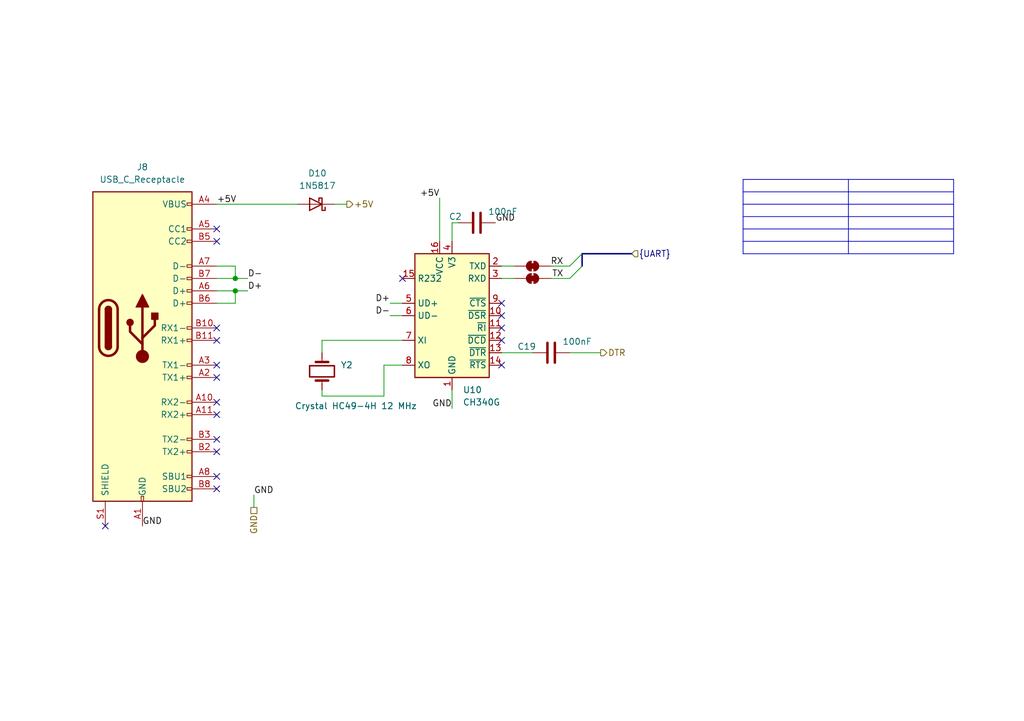
<source format=kicad_sch>
(kicad_sch (version 20250114) (generator "eeschema") (generator_version "9.0")
  (paper "A5")
  (title_block (title "Programming connector") (date "2024-11-03") (rev "1.0"))
  (lib_symbols
    (symbol "CREPP_Connectors_USB_C:USB_C_Receptacle" (pin_names (offset 1.016))
      (property "Reference" "J" (at -10.16 29.21 0))
      (property "Value" "USB_C_Receptacle" (at 10.16 29.21 0))
      (symbol "USB_C_Receptacle_0_0"
        (rectangle (start -0.254 -35.56) (end 0.254 -34.544))
        (rectangle (start 10.16 25.654) (end 9.144 25.146))
        (rectangle (start 10.16 20.574) (end 9.144 20.066))
        (rectangle (start 10.16 18.034) (end 9.144 17.526))
        (rectangle (start 10.16 12.954) (end 9.144 12.446))
        (rectangle (start 10.16 10.414) (end 9.144 9.906))
        (rectangle (start 10.16 7.874) (end 9.144 7.366))
        (rectangle (start 10.16 5.334) (end 9.144 4.826))
        (rectangle (start 10.16 0.254) (end 9.144 -0.254))
        (rectangle (start 10.16 -2.286) (end 9.144 -2.794))
        (rectangle (start 10.16 -7.366) (end 9.144 -7.874))
        (rectangle (start 10.16 -9.906) (end 9.144 -10.414))
        (rectangle (start 10.16 -14.986) (end 9.144 -15.494))
        (rectangle (start 10.16 -17.526) (end 9.144 -18.034))
        (rectangle (start 10.16 -22.606) (end 9.144 -23.114))
        (rectangle (start 10.16 -25.146) (end 9.144 -25.654))
        (rectangle (start 10.16 -30.226) (end 9.144 -30.734))
        (rectangle (start 10.16 -32.766) (end 9.144 -33.274))
      )
      (symbol "USB_C_Receptacle_0_1"
        (rectangle (start -10.16 27.94) (end 10.16 -35.56) (stroke (width 0.254)) (fill (type background)))
        (polyline (pts (xy -8.89 -3.81) (xy -8.89 3.81)) (stroke (width 0.508)))
        (rectangle (start -7.62 -3.81) (end -6.35 3.81) (stroke (width 0.254)) (fill (type outline)))
        (arc (start -7.62 3.81) (mid -6.985 4.4423) (end -6.35 3.81) (stroke (width 0.254)))
        (arc (start -7.62 3.81) (mid -6.985 4.4423) (end -6.35 3.81) (stroke (width 0.254)) (fill (type outline)))
        (arc (start -8.89 3.81) (mid -6.985 5.7067) (end -5.08 3.81) (stroke (width 0.508)))
        (arc (start -5.08 -3.81) (mid -6.985 -5.7067) (end -8.89 -3.81) (stroke (width 0.508)))
        (arc (start -6.35 -3.81) (mid -6.985 -4.4423) (end -7.62 -3.81) (stroke (width 0.254)))
        (arc (start -6.35 -3.81) (mid -6.985 -4.4423) (end -7.62 -3.81) (stroke (width 0.254)) (fill (type outline)))
        (polyline (pts (xy -5.08 3.81) (xy -5.08 -3.81)) (stroke (width 0.508)))
      )
      (symbol "USB_C_Receptacle_1_1"
        (circle (center -2.54 1.143) (radius 0.635) (stroke (width 0.254)) (fill (type outline)))
        (polyline (pts (xy -1.27 4.318) (xy 0 6.858) (xy 1.27 4.318) (xy -1.27 4.318)) (stroke (width 0.254)) (fill (type outline)))
        (polyline (pts (xy 0 -2.032) (xy 2.54 0.508) (xy 2.54 1.778)) (stroke (width 0.508)))
        (polyline (pts (xy 0 -3.302) (xy -2.54 -0.762) (xy -2.54 0.508)) (stroke (width 0.508)))
        (polyline (pts (xy 0 -5.842) (xy 0 4.318)) (stroke (width 0.508)))
        (circle (center 0 -5.842) (radius 1.27) (fill (type outline)))
        (rectangle (start 1.905 1.778) (end 3.175 3.048) (stroke (width 0.254)) (fill (type outline)))
        (pin passive line (at -7.62 -40.64 90) (length 5.08) (name "SHIELD") (number "S1"))
        (pin passive line (at 0 -40.64 90) (length 5.08) (name "GND") (number "A1"))
        (pin passive line (at 0 -40.64 90) (length 5.08) (hide yes) (name "GND") (number "A12"))
        (pin passive line (at 0 -40.64 90) (length 5.08) (hide yes) (name "GND") (number "B1"))
        (pin passive line (at 0 -40.64 90) (length 5.08) (hide yes) (name "GND") (number "B12"))
        (pin passive line (at 15.24 25.4 180) (length 5.08) (name "VBUS") (number "A4"))
        (pin passive line (at 15.24 25.4 180) (length 5.08) (hide yes) (name "VBUS") (number "A9"))
        (pin passive line (at 15.24 25.4 180) (length 5.08) (hide yes) (name "VBUS") (number "B4"))
        (pin passive line (at 15.24 25.4 180) (length 5.08) (hide yes) (name "VBUS") (number "B9"))
        (pin bidirectional line (at 15.24 20.32 180) (length 5.08) (name "CC1") (number "A5"))
        (pin bidirectional line (at 15.24 17.78 180) (length 5.08) (name "CC2") (number "B5"))
        (pin bidirectional line (at 15.24 12.7 180) (length 5.08) (name "D-") (number "A7"))
        (pin bidirectional line (at 15.24 10.16 180) (length 5.08) (name "D-") (number "B7"))
        (pin bidirectional line (at 15.24 7.62 180) (length 5.08) (name "D+") (number "A6"))
        (pin bidirectional line (at 15.24 5.08 180) (length 5.08) (name "D+") (number "B6"))
        (pin bidirectional line (at 15.24 0 180) (length 5.08) (name "RX1-") (number "B10"))
        (pin bidirectional line (at 15.24 -2.54 180) (length 5.08) (name "RX1+") (number "B11"))
        (pin bidirectional line (at 15.24 -7.62 180) (length 5.08) (name "TX1-") (number "A3"))
        (pin bidirectional line (at 15.24 -10.16 180) (length 5.08) (name "TX1+") (number "A2"))
        (pin bidirectional line (at 15.24 -15.24 180) (length 5.08) (name "RX2-") (number "A10"))
        (pin bidirectional line (at 15.24 -17.78 180) (length 5.08) (name "RX2+") (number "A11"))
        (pin bidirectional line (at 15.24 -22.86 180) (length 5.08) (name "TX2-") (number "B3"))
        (pin bidirectional line (at 15.24 -25.4 180) (length 5.08) (name "TX2+") (number "B2"))
        (pin bidirectional line (at 15.24 -30.48 180) (length 5.08) (name "SBU1") (number "A8"))
        (pin bidirectional line (at 15.24 -33.02 180) (length 5.08) (name "SBU2") (number "B8"))
      )
    )
    (symbol "Device:C" (pin_numbers (hide yes)) (pin_names (offset 0.254))
      (property "Reference" "C" (at 0.635 2.54 0))
      (property "Value" "C" (at 0.635 -2.54 0))
      (symbol "C_0_1"
        (polyline (pts (xy -2.032 0.762) (xy 2.032 0.762)) (stroke (width 0.508)))
        (polyline (pts (xy -2.032 -0.762) (xy 2.032 -0.762)) (stroke (width 0.508)))
      )
      (symbol "C_1_1"
        (pin passive line (at 0 3.81 270) (length 2.794) (name "~") (number "1"))
        (pin passive line (at 0 -3.81 90) (length 2.794) (name "~") (number "2"))
      )
    )
    (symbol "Device:Crystal" (pin_numbers (hide yes)) (pin_names (offset 1.016) (hide yes))
      (property "Reference" "Y" (at 0 3.81 0))
      (property "Value" "Crystal" (at 0 -3.81 0))
      (symbol "Crystal_0_1"
        (polyline (pts (xy -2.54 0) (xy -1.905 0)))
        (polyline (pts (xy -1.905 -1.27) (xy -1.905 1.27)) (stroke (width 0.508)))
        (rectangle (start -1.143 2.54) (end 1.143 -2.54) (stroke (width 0.3048)))
        (polyline (pts (xy 1.905 -1.27) (xy 1.905 1.27)) (stroke (width 0.508)))
        (polyline (pts (xy 2.54 0) (xy 1.905 0)))
      )
      (symbol "Crystal_1_1"
        (pin passive line (at -3.81 0 0) (length 1.27) (name "1") (number "1"))
        (pin passive line (at 3.81 0 180) (length 1.27) (name "2") (number "2"))
      )
    )
    (symbol "Diode:1N5817" (pin_numbers (hide yes)) (pin_names (offset 1.016) (hide yes))
      (property "Reference" "D" (at 0 2.54 0))
      (property "Value" "1N5817" (at 0 -2.54 0))
      (symbol "1N5817_0_1"
        (polyline (pts (xy -1.905 0.635) (xy -1.905 1.27) (xy -1.27 1.27) (xy -1.27 -1.27) (xy -0.635 -1.27) (xy -0.635 -0.635)) (stroke (width 0.254)))
        (polyline (pts (xy 1.27 1.27) (xy 1.27 -1.27) (xy -1.27 0) (xy 1.27 1.27)) (stroke (width 0.254)))
        (polyline (pts (xy 1.27 0) (xy -1.27 0)))
      )
      (symbol "1N5817_1_1"
        (pin passive line (at -3.81 0 0) (length 2.54) (name "K") (number "1"))
        (pin passive line (at 3.81 0 180) (length 2.54) (name "A") (number "2"))
      )
    )
    (symbol "Interface_USB:CH340G"
      (property "Reference" "U" (at -5.08 13.97 0))
      (property "Value" "CH340G" (at 1.27 13.97 0))
      (symbol "CH340G_0_1"
        (rectangle (start -7.62 12.7) (end 7.62 -12.7) (stroke (width 0.254)) (fill (type background)))
      )
      (symbol "CH340G_1_1"
        (pin input line (at -10.16 7.62 0) (length 2.54) (name "R232") (number "15"))
        (pin bidirectional line (at -10.16 2.54 0) (length 2.54) (name "UD+") (number "5"))
        (pin bidirectional line (at -10.16 0 0) (length 2.54) (name "UD-") (number "6"))
        (pin input line (at -10.16 -5.08 0) (length 2.54) (name "XI") (number "7"))
        (pin output line (at -10.16 -10.16 0) (length 2.54) (name "XO") (number "8"))
        (pin power_in line (at -2.54 15.24 270) (length 2.54) (name "VCC") (number "16"))
        (pin power_out line (at 0 15.24 270) (length 2.54) (name "V3") (number "4"))
        (pin power_in line (at 0 -15.24 90) (length 2.54) (name "GND") (number "1"))
        (pin output line (at 10.16 10.16 180) (length 2.54) (name "TXD") (number "2"))
        (pin input line (at 10.16 7.62 180) (length 2.54) (name "RXD") (number "3"))
        (pin input line (at 10.16 2.54 180) (length 2.54) (name "~{CTS}") (number "9"))
        (pin input line (at 10.16 0 180) (length 2.54) (name "~{DSR}") (number "10"))
        (pin input line (at 10.16 -2.54 180) (length 2.54) (name "~{RI}") (number "11"))
        (pin input line (at 10.16 -5.08 180) (length 2.54) (name "~{DCD}") (number "12"))
        (pin output line (at 10.16 -7.62 180) (length 2.54) (name "~{DTR}") (number "13"))
        (pin output line (at 10.16 -10.16 180) (length 2.54) (name "~{RTS}") (number "14"))
      )
    )
    (symbol "Jumper:SolderJumper_2_Bridged" (pin_numbers (hide yes)) (pin_names (offset 0) (hide yes)) (exclude_from_sim yes) (in_bom no)
      (property "Reference" "JP" (at 0 2.032 0))
      (property "Value" "SolderJumper_2_Bridged" (at 0 -2.54 0))
      (symbol "SolderJumper_2_Bridged_0_1"
        (rectangle (start -0.508 0.508) (end 0.508 -0.508) (fill (type outline)))
        (polyline (pts (xy -0.254 1.016) (xy -0.254 -1.016)))
        (arc (start -0.254 -1.016) (mid -1.2656 0) (end -0.254 1.016))
        (arc (start -0.254 -1.016) (mid -1.2656 0) (end -0.254 1.016) (fill (type outline)))
        (arc (start 0.254 1.016) (mid 1.2656 0) (end 0.254 -1.016))
        (arc (start 0.254 1.016) (mid 1.2656 0) (end 0.254 -1.016) (fill (type outline)))
        (polyline (pts (xy 0.254 1.016) (xy 0.254 -1.016)))
      )
      (symbol "SolderJumper_2_Bridged_1_1"
        (pin passive line (at -3.81 0 0) (length 2.54) (name "A") (number "1"))
        (pin passive line (at 3.81 0 180) (length 2.54) (name "B") (number "2"))
      )
    )
  )
  (bus_alias "I2C" (members "SCL" "SDA"))
  (bus_alias "SPI" (members "MOSI" "MISO" "SCK" "CLK"))
  (bus_alias "UART" (members "RX" "TX"))
  (junction (at 48.26 59.69))
  (junction (at 48.26 57.15))
  (no_connect (at 44.45 46.99))
  (no_connect (at 44.45 92.71))
  (no_connect (at 44.45 69.85))
  (no_connect (at 44.45 77.47))
  (no_connect (at 102.87 64.77))
  (no_connect (at 21.59 107.95))
  (no_connect (at 102.87 62.23))
  (no_connect (at 44.45 85.09))
  (no_connect (at 102.87 69.85))
  (no_connect (at 44.45 100.33))
  (no_connect (at 44.45 67.31))
  (no_connect (at 44.45 82.55))
  (no_connect (at 44.45 97.79))
  (no_connect (at 102.87 67.31))
  (no_connect (at 102.87 74.93))
  (no_connect (at 44.45 90.17))
  (no_connect (at 44.45 49.53))
  (no_connect (at 44.45 74.93))
  (no_connect (at 82.55 57.15))
  (bus_entry (at 119.38 54.61) (size -2.54 2.54))
  (bus_entry (at 119.38 52.07) (size -2.54 2.54))
  (wire (pts (xy 113.03 57.15) (xy 116.84 57.15)))
  (wire (pts (xy 66.04 72.39) (xy 66.04 69.85)))
  (wire (pts (xy 92.71 45.72) (xy 93.98 45.72)))
  (bus (pts (xy 129.54 52.07) (xy 119.38 52.07)))
  (wire (pts (xy 92.71 45.72) (xy 92.71 49.53)))
  (wire (pts (xy 102.87 54.61) (xy 105.41 54.61)))
  (wire (pts (xy 44.45 62.23) (xy 48.26 62.23)))
  (wire (pts (xy 66.04 81.28) (xy 66.04 80.01)))
  (wire (pts (xy 80.01 64.77) (xy 82.55 64.77)))
  (wire (pts (xy 80.01 62.23) (xy 82.55 62.23)))
  (wire (pts (xy 78.74 74.93) (xy 78.74 81.28)))
  (wire (pts (xy 82.55 74.93) (xy 78.74 74.93)))
  (wire (pts (xy 48.26 59.69) (xy 48.26 62.23)))
  (wire (pts (xy 92.71 80.01) (xy 92.71 83.82)))
  (wire (pts (xy 66.04 69.85) (xy 82.55 69.85)))
  (wire (pts (xy 48.26 54.61) (xy 48.26 57.15)))
  (bus (pts (xy 119.38 54.61) (xy 119.38 52.07)))
  (wire (pts (xy 102.87 72.39) (xy 109.22 72.39)))
  (wire (pts (xy 48.26 57.15) (xy 50.8 57.15)))
  (wire (pts (xy 48.26 59.69) (xy 50.8 59.69)))
  (wire (pts (xy 78.74 81.28) (xy 66.04 81.28)))
  (wire (pts (xy 44.45 59.69) (xy 48.26 59.69)))
  (wire (pts (xy 102.87 57.15) (xy 105.41 57.15)))
  (wire (pts (xy 116.84 72.39) (xy 123.19 72.39)))
  (wire (pts (xy 44.45 54.61) (xy 48.26 54.61)))
  (wire (pts (xy 113.03 54.61) (xy 116.84 54.61)))
  (wire (pts (xy 90.17 49.53) (xy 90.17 40.64)))
  (wire (pts (xy 44.45 41.91) (xy 60.96 41.91)))
  (wire (pts (xy 68.58 41.91) (xy 71.12 41.91)))
  (wire (pts (xy 44.45 57.15) (xy 48.26 57.15)))
  (wire (pts (xy 52.07 101.6) (xy 52.07 104.14)))
  (table (column_count 2) (border (external yes) (header yes)) (separators (rows yes) (cols yes)) (column_widths 21.59 21.59) (row_heights 2.54 2.54 2.54 2.54 2.54 2.54) (cells (table_cell "" (at 152.4 36.83 0) (size 21.59 2.54) (margins 0.9525 0.9525 0.9525 0.9525) (span 1 1)) (table_cell "" (at 173.99 36.83 0) (size 21.59 2.54) (margins 0.9525 0.9525 0.9525 0.9525) (span 1 1)) (table_cell "" (at 152.4 39.37 0) (size 21.59 2.54) (margins 0.9525 0.9525 0.9525 0.9525) (span 1 1)) (table_cell "" (at 173.99 39.37 0) (size 21.59 2.54) (margins 0.9525 0.9525 0.9525 0.9525) (span 1 1)) (table_cell "" (at 152.4 41.91 0) (size 21.59 2.54) (margins 0.9525 0.9525 0.9525 0.9525) (span 1 1)) (table_cell "" (at 173.99 41.91 0) (size 21.59 2.54) (margins 0.9525 0.9525 0.9525 0.9525) (span 1 1)) (table_cell "" (at 152.4 44.45 0) (size 21.59 2.54) (margins 0.9525 0.9525 0.9525 0.9525) (span 1 1)) (table_cell "" (at 173.99 44.45 0) (size 21.59 2.54) (margins 0.9525 0.9525 0.9525 0.9525) (span 1 1)) (table_cell "" (at 152.4 46.99 0) (size 21.59 2.54) (margins 0.9525 0.9525 0.9525 0.9525) (span 1 1)) (table_cell "" (at 173.99 46.99 0) (size 21.59 2.54) (margins 0.9525 0.9525 0.9525 0.9525) (span 1 1)) (table_cell "" (at 152.4 49.53 0) (size 21.59 2.54) (margins 0.9525 0.9525 0.9525 0.9525) (span 1 1)) (table_cell "" (at 173.99 49.53 0) (size 21.59 2.54) (margins 0.9525 0.9525 0.9525 0.9525) (span 1 1))))
  (label "D+" (at 80.01 62.23 180))
  (label "D-" (at 80.01 64.77 180))
  (label "+5V" (at 44.45 41.91 0))
  (label "GND" (at 52.07 101.6 0))
  (label "D-" (at 50.8 57.15 0))
  (label "+5V" (at 90.17 40.64 180))
  (label "RX" (at 115.57 54.61 180))
  (label "GND" (at 101.6 45.72 0))
  (label "GND" (at 29.21 107.95 0))
  (label "D+" (at 50.8 59.69 0))
  (label "TX" (at 115.57 57.15 180))
  (label "GND" (at 92.71 83.82 180))
  (hierarchical_label "+5V" (shape output) (at 71.12 41.91 0))
  (hierarchical_label "DTR" (shape output) (at 123.19 72.39 0))
  (hierarchical_label "{UART}" (shape input) (at 129.54 52.07 0))
  (hierarchical_label "GND" (shape passive) (at 52.07 104.14 270))
  (symbol (lib_id "Jumper:SolderJumper_2_Bridged") (at 109.22 54.61 0) (unit 1) (in_bom no)
    (property "Reference" "J15" (effects (hide yes)))
    (property "Value" "SolderJumper_2_Bridged" (effects (hide yes)))
    (property "Footprint" "Jumper:SolderJumper-2_P1.3mm_Bridged_Pad1.0x1.5mm" (effects (hide yes)))
    (property "Description" "Solder Jumper, 2-pole, closed/bridged" (effects (hide yes)))
  )
  (symbol (lib_id "Diode:1N5817") (at 64.77 41.91 180) (unit 1)
    (property "Reference" "D10" (at 65.0875 35.56 0))
    (property "Value" "1N5817" (at 65.0875 38.1 0))
    (property "Footprint" "Diode_THT:D_DO-41_SOD81_P10.16mm_Horizontal" (effects (hide yes)))
    (property "Datasheet" "http://www.vishay.com/docs/88525/1n5817.pdf" (effects (hide yes)))
    (property "Description" "20V 1A Schottky Barrier Rectifier Diode, DO-41" (effects (hide yes)))
  )
  (symbol (lib_id "Device:C") (at 113.03 72.39 90) (unit 1) (in_bom no)
    (property "Reference" "C19" (at 109.982 71.12 90) (effects (justify left)))
    (property "Value" "100nF" (at 121.412 70.104 90) (effects (justify left)))
    (property "Footprint" "Capacitor_SMD:C_0603_1608Metric" (effects (hide yes)))
    (instances (project "Weather" (path "" (reference "C19") (unit 1))) (project "Tracker" (path "" (reference "C41") (unit 1))))
  )
  (symbol (lib_id "Device:C") (at 97.79 45.72 90) (unit 1) (in_bom no)
    (property "Reference" "C2" (at 94.742 44.45 90) (effects (justify left)))
    (property "Value" "100nF" (at 106.172 43.434 90) (effects (justify left)))
    (property "Footprint" "Capacitor_SMD:C_0603_1608Metric" (effects (hide yes)))
  )
  (symbol (lib_id "Interface_USB:CH340G") (at 92.71 64.77 0) (unit 1)
    (property "Reference" "U10" (at 94.9041 80.01 0) (effects (justify left)))
    (property "Value" "CH340G" (at 94.9041 82.55 0) (effects (justify left)))
    (property "Footprint" "Package_SO:SOIC-16_3.9x9.9mm_P1.27mm" (effects (hide yes)))
    (property "Datasheet" "http://www.datasheet5.com/pdf-local-2195953" (effects (hide yes)))
    (property "Description" "USB serial converter, UART, SOIC-16" (effects (hide yes)))
  )
  (symbol (lib_id "Jumper:SolderJumper_2_Bridged") (at 109.22 57.15 0) (unit 1) (in_bom no)
    (property "Reference" "J16" (effects (hide yes)))
    (property "Value" "SolderJumper_2_Bridged" (effects (hide yes)))
    (property "Footprint" "Jumper:SolderJumper-2_P1.3mm_Bridged_Pad1.0x1.5mm" (effects (hide yes)))
    (property "Description" "Solder Jumper, 2-pole, closed/bridged" (effects (hide yes)))
  )
  (symbol (lib_id "Device:Crystal") (at 66.04 76.2 90) (unit 1)
    (property "Reference" "Y2" (at 69.85 74.9299 90) (effects (justify right)))
    (property "Value" "Crystal HC49-4H 12 MHz" (at 60.452 83.312 90) (effects (justify right)))
    (property "Footprint" "Crystal:Crystal_HC49-4H_Vertical" (effects (hide yes)))
    (property "Description" "Two pin crystal" (effects (hide yes)))
  )
  (symbol (lib_id "CREPP_Connectors_USB_C:USB_C_Receptacle") (at 29.21 67.31 0) (unit 1)
    (property "Reference" "J8" (at 29.21 34.29 0))
    (property "Value" "USB_C_Receptacle" (at 29.21 36.83 0))
    (property "Footprint" "CREPP_Connectors_USB:USB_C_Receptacle_GCT_USB4085" (effects (hide yes)))
    (property "Datasheet" "https://www.usb.org/sites/default/files/documents/usb_type-c.zip" (effects (hide yes)))
    (property "Description" "https://fr.aliexpress.com/item/1005004613618514.html?spm=a2g0o.productlist.main.2.7fd9dEr9dEr9uw&algo_pvid=f74b780a-7363-4b93-ad4a-221d41d593b4&algo_exp_id=f74b780a-7363-4b93-ad4a-221d41d593b4-1&pdp_ext_f=%7B\"order\"%3A\"26\"%2C\"eval\"%3A\"1\"%7D&pdp_npi=4%40dis%21EUR%210.57%210.58%21%21%214.25%214.24%21%40210390b817400918976781972ef217%2112000029834280951%21sea%21FR%210%21ABX&curPageLogUid=7QYJ2519aSGk&utparam-url=scene%3Asearch%7Cquery_from%3A" (effects (hide yes)))
  )
)
</source>
